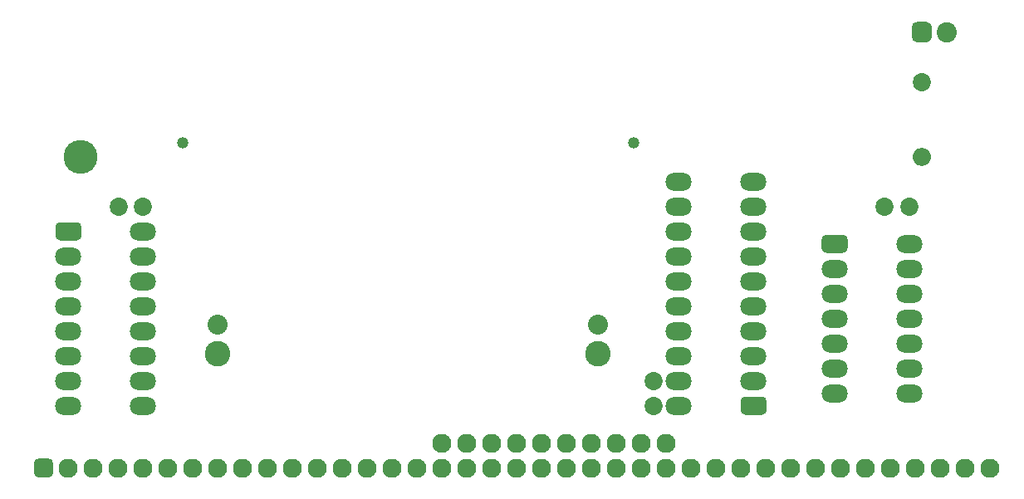
<source format=gbr>
%TF.GenerationSoftware,KiCad,Pcbnew,(5.1.6)-1*%
%TF.CreationDate,2020-12-24T00:42:48-08:00*%
%TF.ProjectId,rc-cfcard,72632d63-6663-4617-9264-2e6b69636164,rev?*%
%TF.SameCoordinates,PX9157080PY9071968*%
%TF.FileFunction,Soldermask,Bot*%
%TF.FilePolarity,Negative*%
%FSLAX46Y46*%
G04 Gerber Fmt 4.6, Leading zero omitted, Abs format (unit mm)*
G04 Created by KiCad (PCBNEW (5.1.6)-1) date 2020-12-24 00:42:48*
%MOMM*%
%LPD*%
G01*
G04 APERTURE LIST*
%ADD10C,1.184000*%
%ADD11C,2.034000*%
%ADD12C,2.604000*%
%ADD13C,1.854000*%
%ADD14O,2.654000X1.854000*%
%ADD15O,1.854000X1.854000*%
%ADD16C,2.054000*%
%ADD17O,1.954000X1.954000*%
%ADD18C,1.954000*%
%ADD19C,3.454000*%
G04 APERTURE END LIST*
D10*
%TO.C,J3*%
X15420000Y34740200D03*
X61420000Y34740200D03*
D11*
X19050000Y16240200D03*
X57790000Y16240200D03*
D12*
X19050000Y13240200D03*
X57790000Y13240200D03*
%TD*%
D13*
%TO.C,C3*%
X63500000Y10450200D03*
X63500000Y7950200D03*
%TD*%
%TO.C,C2*%
X87035000Y28270200D03*
X89535000Y28270200D03*
%TD*%
%TO.C,C1*%
X8930000Y28270200D03*
X11430000Y28270200D03*
%TD*%
D14*
%TO.C,U2*%
X89535000Y24460200D03*
X81915000Y9220200D03*
X89535000Y21920200D03*
X81915000Y11760200D03*
X89535000Y19380200D03*
X81915000Y14300200D03*
X89535000Y16840200D03*
X81915000Y16840200D03*
X89535000Y14300200D03*
X81915000Y19380200D03*
X89535000Y11760200D03*
X81915000Y21920200D03*
X89535000Y9220200D03*
G36*
G01*
X80588000Y23996700D02*
X80588000Y24923700D01*
G75*
G02*
X81051500Y25387200I463500J0D01*
G01*
X82778500Y25387200D01*
G75*
G02*
X83242000Y24923700I0J-463500D01*
G01*
X83242000Y23996700D01*
G75*
G02*
X82778500Y23533200I-463500J0D01*
G01*
X81051500Y23533200D01*
G75*
G02*
X80588000Y23996700I0J463500D01*
G01*
G37*
%TD*%
D15*
%TO.C,R1*%
X90805000Y33350200D03*
D13*
X90805000Y40970200D03*
%TD*%
D16*
%TO.C,D1*%
X93345000Y46050200D03*
G36*
G01*
X89778000Y45536700D02*
X89778000Y46563700D01*
G75*
G02*
X90291500Y47077200I513500J0D01*
G01*
X91318500Y47077200D01*
G75*
G02*
X91832000Y46563700I0J-513500D01*
G01*
X91832000Y45536700D01*
G75*
G02*
X91318500Y45023200I-513500J0D01*
G01*
X90291500Y45023200D01*
G75*
G02*
X89778000Y45536700I0J513500D01*
G01*
G37*
%TD*%
D14*
%TO.C,U3*%
X66040000Y7950200D03*
X73660000Y30810200D03*
X66040000Y10490200D03*
X73660000Y28270200D03*
X66040000Y13030200D03*
X73660000Y25730200D03*
X66040000Y15570200D03*
X73660000Y23190200D03*
X66040000Y18110200D03*
X73660000Y20650200D03*
X66040000Y20650200D03*
X73660000Y18110200D03*
X66040000Y23190200D03*
X73660000Y15570200D03*
X66040000Y25730200D03*
X73660000Y13030200D03*
X66040000Y28270200D03*
X73660000Y10490200D03*
X66040000Y30810200D03*
G36*
G01*
X74987000Y8413700D02*
X74987000Y7486700D01*
G75*
G02*
X74523500Y7023200I-463500J0D01*
G01*
X72796500Y7023200D01*
G75*
G02*
X72333000Y7486700I0J463500D01*
G01*
X72333000Y8413700D01*
G75*
G02*
X72796500Y8877200I463500J0D01*
G01*
X74523500Y8877200D01*
G75*
G02*
X74987000Y8413700I0J-463500D01*
G01*
G37*
%TD*%
%TO.C,U1*%
X11430000Y25730200D03*
X3810000Y7950200D03*
X11430000Y23190200D03*
X3810000Y10490200D03*
X11430000Y20650200D03*
X3810000Y13030200D03*
X11430000Y18110200D03*
X3810000Y15570200D03*
X11430000Y15570200D03*
X3810000Y18110200D03*
X11430000Y13030200D03*
X3810000Y20650200D03*
X11430000Y10490200D03*
X3810000Y23190200D03*
X11430000Y7950200D03*
G36*
G01*
X2483000Y25266700D02*
X2483000Y26193700D01*
G75*
G02*
X2946500Y26657200I463500J0D01*
G01*
X4673500Y26657200D01*
G75*
G02*
X5137000Y26193700I0J-463500D01*
G01*
X5137000Y25266700D01*
G75*
G02*
X4673500Y24803200I-463500J0D01*
G01*
X2946500Y24803200D01*
G75*
G02*
X2483000Y25266700I0J463500D01*
G01*
G37*
%TD*%
D17*
%TO.C,J2*%
X64770000Y4140200D03*
X62230000Y4140200D03*
X59690000Y4140200D03*
X57150000Y4140200D03*
X54610000Y4140200D03*
X52070000Y4140200D03*
X49530000Y4140200D03*
X46990000Y4140200D03*
X44450000Y4140200D03*
D18*
X41910000Y4140200D03*
%TD*%
D17*
%TO.C,J1*%
X97790000Y1600200D03*
X95250000Y1600200D03*
X92710000Y1600200D03*
X90170000Y1600200D03*
X87630000Y1600200D03*
X85090000Y1600200D03*
X82550000Y1600200D03*
X80010000Y1600200D03*
X77470000Y1600200D03*
X74930000Y1600200D03*
X72390000Y1600200D03*
X69850000Y1600200D03*
X67310000Y1600200D03*
X64770000Y1600200D03*
X62230000Y1600200D03*
X59690000Y1600200D03*
X57150000Y1600200D03*
X54610000Y1600200D03*
X52070000Y1600200D03*
X49530000Y1600200D03*
X46990000Y1600200D03*
X44450000Y1600200D03*
X41910000Y1600200D03*
X39370000Y1600200D03*
X36830000Y1600200D03*
X34290000Y1600200D03*
X31750000Y1600200D03*
X29210000Y1600200D03*
X26670000Y1600200D03*
X24130000Y1600200D03*
X21590000Y1600200D03*
X19050000Y1600200D03*
X16510000Y1600200D03*
X13970000Y1600200D03*
X11430000Y1600200D03*
X8890000Y1600200D03*
X6350000Y1600200D03*
X3810000Y1600200D03*
G36*
G01*
X1758500Y623200D02*
X781500Y623200D01*
G75*
G02*
X293000Y1111700I0J488500D01*
G01*
X293000Y2088700D01*
G75*
G02*
X781500Y2577200I488500J0D01*
G01*
X1758500Y2577200D01*
G75*
G02*
X2247000Y2088700I0J-488500D01*
G01*
X2247000Y1111700D01*
G75*
G02*
X1758500Y623200I-488500J0D01*
G01*
G37*
%TD*%
D19*
%TO.C,*%
X5080000Y33350200D03*
%TD*%
M02*

</source>
